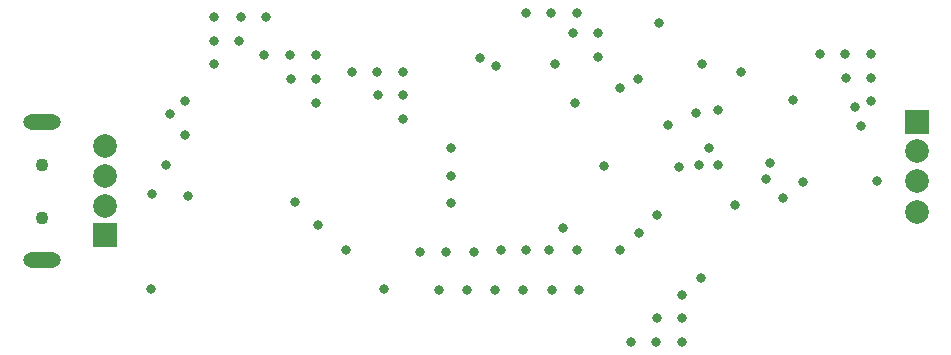
<source format=gbs>
G04*
G04 #@! TF.GenerationSoftware,Altium Limited,Altium Designer,19.1.5 (86)*
G04*
G04 Layer_Color=16711935*
%FSLAX44Y44*%
%MOMM*%
G71*
G01*
G75*
%ADD44C,1.1000*%
%ADD45O,3.2000X1.3000*%
%ADD46R,2.0032X2.0032*%
%ADD47C,2.0032*%
%ADD48C,0.8032*%
D44*
X28750Y142500D02*
D03*
Y187500D02*
D03*
D45*
Y106500D02*
D03*
Y223500D02*
D03*
D46*
X82500Y127500D02*
D03*
X770000Y223750D02*
D03*
D47*
X82500Y152500D02*
D03*
Y177500D02*
D03*
Y203500D02*
D03*
X770000Y198750D02*
D03*
Y173750D02*
D03*
Y147750D02*
D03*
D48*
X736250Y173250D02*
D03*
X121351Y82601D02*
D03*
X518750Y252500D02*
D03*
X583125Y231247D02*
D03*
X615959Y153458D02*
D03*
X722500Y220500D02*
D03*
X400000Y277500D02*
D03*
X533750Y260000D02*
D03*
X551250Y307500D02*
D03*
X122500Y162500D02*
D03*
X152500Y161250D02*
D03*
X243750Y156250D02*
D03*
X262500Y136250D02*
D03*
X286250Y115000D02*
D03*
X318750Y82500D02*
D03*
X550000Y145000D02*
D03*
X535000Y130000D02*
D03*
X518750Y115000D02*
D03*
X717500Y236250D02*
D03*
X621250Y266250D02*
D03*
X601250Y233750D02*
D03*
X593750Y201250D02*
D03*
X558750Y221250D02*
D03*
X665000Y242500D02*
D03*
X673750Y172500D02*
D03*
X463750Y272500D02*
D03*
X480000Y240000D02*
D03*
X291250Y266250D02*
D03*
X313750Y246250D02*
D03*
X312500Y266250D02*
D03*
X335000D02*
D03*
Y246250D02*
D03*
Y226250D02*
D03*
X375000Y201250D02*
D03*
Y177500D02*
D03*
Y155000D02*
D03*
X505000Y186250D02*
D03*
X470000Y133750D02*
D03*
X482500Y115000D02*
D03*
X458750D02*
D03*
X438750D02*
D03*
X417500D02*
D03*
X395000Y113750D02*
D03*
X371250D02*
D03*
X483750Y81250D02*
D03*
X461250D02*
D03*
X436250D02*
D03*
X412500D02*
D03*
X388750Y81250D02*
D03*
X365000D02*
D03*
X731250Y241250D02*
D03*
Y261250D02*
D03*
Y281250D02*
D03*
X708750D02*
D03*
X710000Y261250D02*
D03*
X687500Y281250D02*
D03*
X500000Y278750D02*
D03*
Y298750D02*
D03*
X482500Y316250D02*
D03*
X460000D02*
D03*
X478750Y298750D02*
D03*
X438750Y316250D02*
D03*
X587281Y91181D02*
D03*
X571250Y77500D02*
D03*
Y57500D02*
D03*
Y37500D02*
D03*
X548750D02*
D03*
X550000Y57500D02*
D03*
X527500Y37500D02*
D03*
X261250Y240000D02*
D03*
Y260000D02*
D03*
Y280000D02*
D03*
X238750D02*
D03*
X240000Y260000D02*
D03*
X217500Y280000D02*
D03*
X218750Y312500D02*
D03*
X196250Y292500D02*
D03*
X197500Y312500D02*
D03*
X175000D02*
D03*
Y292500D02*
D03*
Y272500D02*
D03*
X133750Y187500D02*
D03*
X656250Y159250D02*
D03*
X413750Y271250D02*
D03*
X585000Y187500D02*
D03*
X601250D02*
D03*
X568600Y185268D02*
D03*
X642507Y175000D02*
D03*
X348750Y113750D02*
D03*
X645750Y188750D02*
D03*
X587500Y272500D02*
D03*
X137503Y230007D02*
D03*
X150000Y212500D02*
D03*
Y241250D02*
D03*
M02*

</source>
